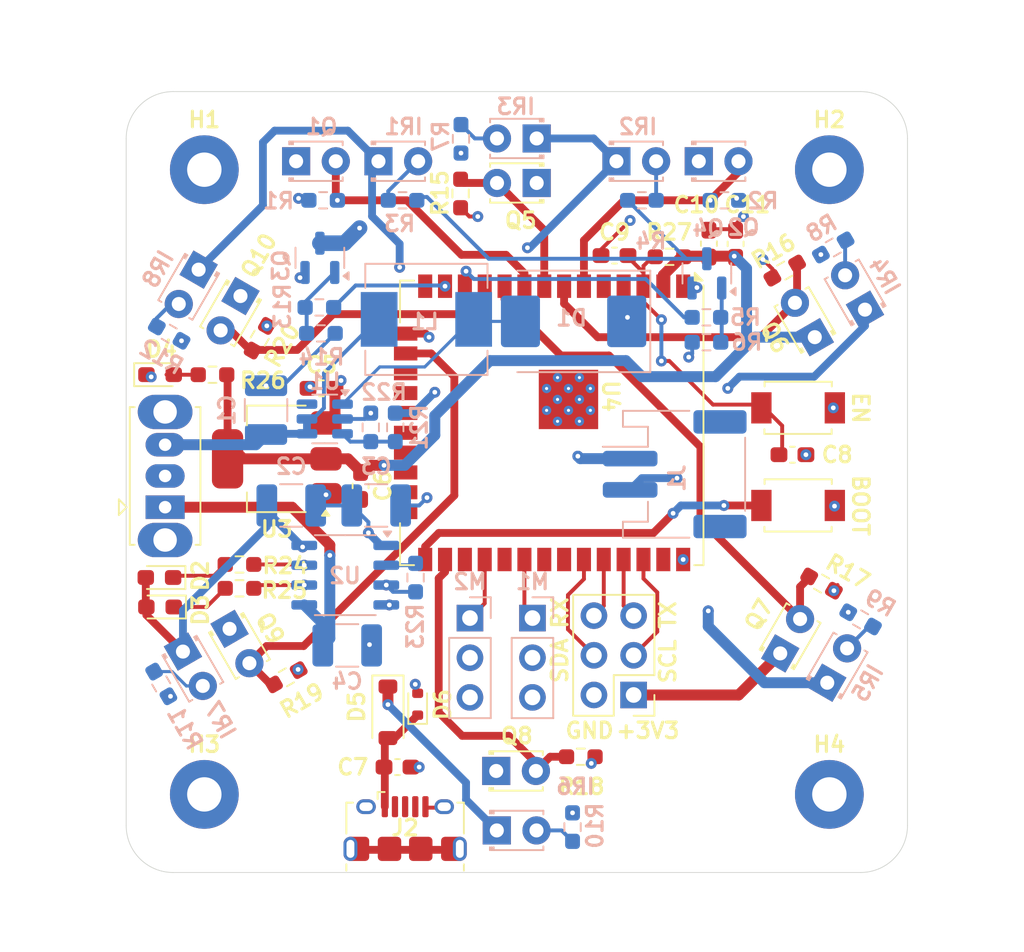
<source format=kicad_pcb>
(kicad_pcb (version 20240108) (generator "pcbnew") (generator_version "8.0")
  (layers (0 "F.Cu" signal) (1 "In1.Cu" power "GND") (2 "In2.Cu" power "PWR") (31 "B.Cu" signal) (34 "B.Paste" user) (35 "F.Paste" user) (36 "B.SilkS" user "B.Silkscreen") (37 "F.SilkS" user "F.Silkscreen") (38 "B.Mask" user) (39 "F.Mask" user) (44 "Edge.Cuts" user))
  (net 0 "")
  (net 1 "Net-(SW1-C)")
  (net 2 "GND")
  (net 3 "+5V")
  (net 4 "CHRG_B+")
  (net 5 "VBUS")
  (net 6 "+3V3")
  (net 7 "/ESP32/EN")
  (net 8 "SDA")
  (net 9 "RX")
  (net 10 "TX")
  (net 11 "SCL")
  (net 12 "Net-(D1-A)")
  (net 13 "Net-(D2-K)")
  (net 14 "Net-(D3-K)")
  (net 15 "Net-(IR1-A)")
  (net 16 "Net-(IR2-A)")
  (net 17 "Net-(IR3-A)")
  (net 18 "Net-(IR4-A)")
  (net 19 "Net-(IR5-A)")
  (net 20 "Net-(IR6-A)")
  (net 21 "Net-(IR7-A)")
  (net 22 "Net-(IR8-A)")
  (net 23 "Net-(SW1-B)")
  (net 24 "A8_DIS")
  (net 25 "A9_DIS")
  (net 26 "IR_V")
  (net 27 "Net-(Q3-G)")
  (net 28 "IR_V_DIS")
  (net 29 "A0")
  (net 30 "A3")
  (net 31 "A1")
  (net 32 "A4")
  (net 33 "A2")
  (net 34 "A5")
  (net 35 "/ESP32/IO0_BTN")
  (net 36 "IR_SIG")
  (net 37 "Net-(U1-FB)")
  (net 38 "IR_DIS")
  (net 39 "Net-(U2-PROG)")
  (net 40 "Net-(U2-CHRG)")
  (net 41 "Net-(U2-STDBY)")
  (net 43 "PWM_A")
  (net 44 "PWM_B")
  (net 45 "/ESP32/SP")
  (net 46 "/ESP32/SN")
  (net 47 "/ESP32/IO12")
  (net 48 "/ESP32/IO2")
  (net 49 "Net-(Q4-G)")
  (net 50 "/ESP32/IO19")
  (net 51 "/ESP32/IO23")
  (net 52 "/ESP32/IO16")
  (net 53 "/ESP32/IO5")
  (net 54 "Net-(D4-A)")
  (net 64 "/ESP32/IO15")
  (footprint "LED_SMD:LED_0603_1608Metric_Pad1.05x0.95mm_HandSolder" (layer "F.Cu") (at 102.165646 103 180)
    (property "Reference" "D3")
    (property "Value" "LED_GREEN")
  )
  (footprint "Capacitor_SMD:C_0603_1608Metric_Pad1.08x0.95mm_HandSolder" (layer "F.Cu") (at 115 95.25 -90)
    (property "Reference" "C6")
    (property "Value" "10uF")
  )
  (footprint "0_Custom_Footprints:SW_Tactile_TS-1088R-02026" (layer "F.Cu") (at 143 90.25 180)
    (property "Reference" "EN")
    (property "Value" "TS-1088R-02026")
  )
  (footprint "Diode_SMD:D_SOD-523" (layer "F.Cu") (at 118.652801 109.225459 90)
    (property "Reference" "D6")
    (property "Value" "ESD5Z5.0T1G" (hide yes))
  )
  (footprint "Capacitor_SMD:C_0603_1608Metric_Pad1.08x0.95mm_HandSolder" (layer "F.Cu") (at 139 79.75 90)
    (property "Reference" "C11")
    (property "Value" "0.1uF")
  )
  (footprint "Capacitor_SMD:C_0603_1608Metric_Pad1.08x0.95mm_HandSolder" (layer "F.Cu") (at 131.25 80.5 180)
    (property "Reference" "C9")
    (property "Value" "0.1uF")
  )
  (footprint "Resistor_SMD:R_0603_1608Metric_Pad0.98x0.95mm_HandSolder" (layer "F.Cu") (at 142.143991 81.461 30)
    (property "Reference" "R16")
    (property "Value" "4k7" (hide yes))
  )
  (footprint "Package_TO_SOT_SMD:SOT-223-3_TabPin2" (layer "F.Cu") (at 109.636873 93.514435 180)
    (property "Reference" "U3")
    (property "Value" "AMS1117-3.3")
  )
  (footprint "LED_SMD:LED_0603_1608Metric_Pad1.05x0.95mm_HandSolder" (layer "F.Cu") (at 102.170119 88.123161)
    (property "Reference" "D4")
    (property "Value" "LED")
  )
  (footprint "MountingHole:MountingHole_2.2mm_M2_Pad" (layer "F.Cu") (at 145 75)
    (property "Reference" "H2")
    (property "Value" "MountingHole_Pad")
  )
  (footprint "Resistor_SMD:R_0603_1608Metric_Pad0.98x0.95mm_HandSolder" (layer "F.Cu") (at 134.771772 80.577649 180)
    (property "Reference" "R27")
    (property "Value" "10k")
  )
  (footprint "MountingHole:MountingHole_2.2mm_M2_Pad" (layer "F.Cu") (at 105 75)
    (property "Reference" "H1")
    (property "Value" "MountingHole_Pad")
  )
  (footprint "Resistor_SMD:R_0603_1608Metric_Pad0.98x0.95mm_HandSolder" (layer "F.Cu") (at 107.25 101.806012 180)
    (property "Reference" "R25")
    (property "Value" "1k" (hide yes))
  )
  (footprint "LED_THT:LED_D1.8mm_W3.3mm_H2.4mm" (layer "F.Cu") (at 107.31375 83.090543 -120)
    (property "Reference" "Q10")
    (property "Value" "TEFT4300")
  )
  (footprint "Capacitor_SMD:C_0603_1608Metric_Pad1.08x0.95mm_HandSolder" (layer "F.Cu") (at 142.6375 93.25)
    (property "Reference" "C8")
    (property "Value" "0.1uF")
  )
  (footprint "Resistor_SMD:R_0603_1608Metric_Pad0.98x0.95mm_HandSolder" (layer "F.Cu") (at 107.25 100.277107 180)
    (property "Reference" "R24")
    (property "Value" "1k" (hide yes))
  )
  (footprint "Diode_SMD:D_SOD-123" (layer "F.Cu") (at 116.75 109.74375 -90)
    (property "Reference" "D5")
    (property "Value" "1N5819HW-7-F")
  )
  (footprint "0_Custom_Footprints:SW_Tactile_TS-1088R-02026" (layer "F.Cu") (at 143 96.5 180)
    (property "Reference" "BOOT")
    (property "Value" "TS-1088R-02026")
  )
  (footprint "RF_Module:ESP32-WROOM-32UE" (layer "F.Cu") (at 127.233991 91.211 -90)
    (property "Reference" "U4")
    (property "Value" "ESP32-WROOM-32UE")
  )
  (footprint "Resistor_SMD:R_0603_1608Metric_Pad0.98x0.95mm_HandSolder" (layer "F.Cu") (at 108.54375 85.790248 -120)
    (property "Reference" "R20")
    (property "Value" "4k7" (hide yes))
  )
  (footprint "MountingHole:MountingHole_2.2mm_M2_Pad" (layer "F.Cu") (at 105 115)
    (property "Reference" "H3")
    (property "Value" "MountingHole_Pad")
  )
  (footprint "LED_THT:LED_D1.8mm_W3.3mm_H2.4mm" (layer "F.Cu") (at 141.856005 105.971536 60)
    (property "Reference" "Q7")
    (property "Value" "TEFT4300")
  )
  (footprint "Resistor_SMD:R_0603_1608Metric_Pad0.98x0.95mm_HandSolder" (layer "F.Cu") (at 144.5 101.5 150)
    (property "Reference" "R17")
    (property "Value" "4k7" (hide yes))
  )
  (footprint "Connector_PinHeader_2.54mm:PinHeader_2x03_P2.54mm_Vertical" (layer "F.Cu") (at 132.473205 108.634613 180)
    (property "Reference" "Comms1" (hide yes))
    (property "Value" "~" (hide yes))
  )
  (footprint "LED_THT:LED_D1.8mm_W3.3mm_H2.4mm" (layer "F.Cu") (at 106.615 104.400148 -60)
    (property "Reference" "Q9")
    (property "Value" "TEFT4300")
  )
  (footprint "Capacitor_SMD:C_0603_1608Metric_Pad1.08x0.95mm_HandSolder" (layer "F.Cu") (at 137.292127 79.734775 90)
    (property "Reference" "C10")
    (property "Value" "22uF")
  )
  (footprint "LED_THT:LED_D1.8mm_W3.3mm_H2.4mm" (layer "F.Cu") (at 126.270312 75.849719 180)
    (property "Reference" "Q5")
    (property "Value" "TEFT4300")
  )
  (footprint "Resistor_SMD:R_0603_1608Metric_Pad0.98x0.95mm_HandSolder" (layer "F.Cu") (at 110.25 107.5 -150)
    (property "Reference" "R19")
    (property "Value" "4k7" (hide yes))
  )
  (footprint "Button_Switch_THT:SW_Slide_SPDT_Straight_CK_OS102011MS2Q" (layer "F.Cu") (at 102.490493 96.611091 90)
    (property "Reference" "SW1" (hide yes))
    (property "Value" "SLW-864574-5A-RA-N-D")
  )
  (footprint "Connector_USB:USB_Micro-B_Amphenol_10118194_Horizontal" (layer "F.Cu") (at 117.850367 117.187629)
    (property "Reference" "J2")
    (property "Value" "USB_B_Micro")
  )
  (footprint "Resistor_SMD:R_0603_1608Metric_Pad0.98x0.95mm_HandSolder" (layer "F.Cu") (at 105.52238 88.128198 180)
    (property "Reference" "R26")
    (property "Value" "5k1")
  )
  (footprint "Capacitor_SMD:C_0603_1608Metric_Pad1.08x0.95mm_HandSolder" (layer "F.Cu") (at 117.3625 113.25)
    (property "Reference" "C7")
    (property "Value" "0.1uF")
  )
  (footprint "MountingHole:MountingHole_2.2mm_M2_Pad" (layer "F.Cu") (at 145 115)
    (property "Reference" "H4")
    (property "Value" "MountingHole_Pad")
  )
  (footprint "LED_THT:LED_D1.8mm_W3.3mm_H2.4mm" (layer "F.Cu") (at 144.067867 85.723222 120)
    (property "Reference" "Q6")
    (property "Value" "TEFT4300")
  )
  (footprint "Resistor_SMD:R_0603_1608Metric_Pad0.98x0.95mm_HandSolder" (layer "F.Cu") (at 129.093699 112.589439 180)
    (property "Reference" "R18")
    (property "Value" "4k7" (hide yes))
  )
  (footprint "LED_THT:LED_D1.8mm_W3.3mm_H2.4mm" (layer "F.Cu") (at 123.680798 113.5)
    (property "Reference" "Q8")
    (property "Value" "TEFT4300")
  )
  (footprint "LED_SMD:LED_0603_1608Metric_Pad1.05x0.95mm_HandSolder" (layer "F.Cu") (at 102.127804 101.112824 180)
    (property "Reference" "D2")
    (property "Value" "LED_RED")
  )
  (footprint "Resistor_SMD:R_0603_1608Metric_Pad0.98x0.95mm_HandSolder" (layer "F.Cu") (at 121.399991 76.524177 90)
    (property "Reference" "R15")
    (property "Value" "4k7" (hide yes))
  )
  (footprint "Capacitor_SMD:C_0603_1608Metric_Pad1.08x0.95mm_HandSolder" (layer "F.Cu") (at 112.5 89 180)
    (property "Reference" "C5")
    (property "Value" "10uF")
  )
  (footprint "Resistor_SMD:R_0603_1608Metric_Pad0.98x0.95mm_HandSolder" (layer "B.Cu") (at 102.243871 107.927686 120)
    (property "Reference" "R11")
    (property "Value" "39" (hide yes))
  )
  (footprint "Inductor_SMD:L_Chilisin_BMRx00060630" (layer "B.Cu") (at 119.211699 84.584645)
    (property "Reference" "L1")
    (property "Value" "4.7uH" (hide yes))
  )
  (footprint "LED_THT:LED_D1.8mm_W3.3mm_H2.4mm" (layer "B.Cu") (at 136.643991 74.461)
    (property "Reference" "Q2")
    (property "Value" "TEFT4300")
  )
  (footprint "Capacitor_SMD:C_1210_3225Metric_Pad1.33x2.70mm_HandSolder" (layer "B.Cu") (at 114.143991 105.461)
    (property "Reference" "C4")
    (property "Value" "10uF" (hide yes))
  )
  (footprint "LED_THT:LED_D1.8mm_W3.3mm_H2.4mm" (layer "B.Cu") (at 131.373991 74.461)
    (property "Reference" "IR2")
    (property "Value" "SFH4544")
  )
  (footprint "Package_TO_SOT_SMD:SOT-23" (layer "B.Cu") (at 112.395 80.645 90)
    (property "Reference" "Q3")
    (property "Value" "SI2312CDS")
  )
  (footprint "Capacitor_SMD:C_1210_3225Metric_Pad1.33x2.70mm_HandSolder" (layer "B.Cu") (at 110.5625 96.5)
    (property "Reference" "C2")
    (property "Value" "22uF" (hide yes))
  )
  (footprint "Resistor_SMD:R_0603_1608Metric_Pad0.98x0.95mm_HandSolder" (layer "B.Cu") (at 117.683991 76.961 180)
    (property "Reference" "R3")
    (property "Value" "39" (hide yes))
  )
  (footprint "Resistor_SMD:R_0603_1608Metric_Pad0.98x0.95mm_HandSolder" (layer "B.Cu") (at 121.424569 73.024177 90)
    (property "Reference" "R7")
    (property "Value" "39" (hide yes))
  )
  (footprint "Diode_SMD:D_SMC" (layer "B.Cu") (at 128.630646 84.713736 180)
    (property "Reference" "D1")
    (property "Value" "D_Schottky")
  )
  (footprint "Resistor_SMD:R_0603_1608Metric_Pad0.98x0.95mm_HandSolder" (layer "B.Cu") (at 112.461699 85.480859 180)
    (property "Reference" "R14")
    (property "Value" "47k" (hide yes))
  )
  (footprint "Capacitor_SMD:C_1210_3225Metric_Pad1.33x2.70mm_HandSolder" (layer "B.Cu") (at 116 96.5 180)
    (property "Reference" "C3")
    (property "Value" "10uF" (hide yes))
  )
  (footprint "Package_TO_SOT_SMD:SOT-23" (layer "B.Cu") (at 137.16 81.640335 90)
    (property "Reference" "Q4")
    (property "Value" "SI2312CDS")
  )
  (footprint "Resistor_SMD:R_0603_1608Metric_Pad0.98x0.95mm_HandSolder" (layer "B.Cu") (at 102.75 85.5 150)
    (property "Reference" "R12")
    (property "Value" "39" (hide yes))
  )
  (footprint "Resistor_SMD:R_0603_1608Metric_Pad0.98x0.95mm_HandSolder" (layer "B.Cu") (at 137.130298 84.455)
    (property "Reference" "R5")
    (property "Value" "100" (hide yes))
  )
  (footprint "LED_THT:LED_D1.8mm_W3.3mm_H2.4mm" (layer "B.Cu") (at 147.278991 83.961 120)
    (property "Reference" "IR4")
    (property "Value" "OED-EL-1L2")
  )
  (footprint "LED_THT:LED_D1.8mm_W3.3mm_H2.4mm" (layer "B.Cu") (at 104.635 81.400148 -120)
    (property "Reference" "IR8")
    (property "Value" "OED-EL-1L2")
  )
  (footprint "Resistor_SMD:R_0603_1608Metric_Pad0.98x0.95mm_HandSolder" (layer "B.Cu") (at 137.134722 86.049669)
    (property "Reference" "R6")
    (property "Value" "47k" (hide yes))
  )
  (footprint "Connector_JST:JST_PH_S2B-PH-SM4-TB_1x02-1MP_P2.00mm_Horizontal" (layer "B.Cu") (at 135.1 94.5 -90)
    (property "Reference" "J1")
    (property "Value" "Li-Po 3.7V")
  )
  (footprint "Resistor_SMD:R_0603_1608Metric_Pad0.98x0.95mm_HandSolder" (layer "B.Cu") (at 145.246877 79.978949 30)
    (property "Reference" "R8")
    (property "Value" "39" (hide yes))
  )
  (footprint "LED_THT:LED_D1.8mm_W3.3mm_H2.4mm" (layer "B.Cu") (at 126.269508 73 180)
    (property "Reference" "IR3")
    (property "Value" "OED-EL-1L2")
  )
  (footprint "LED_THT:LED_D1.8mm_W3.3mm_H2.4mm" (layer "B.Cu") (at 144.865 107.849853 60)
    (property "Reference" "IR5")
    (property "Value" "OED-EL-1L2")
  )
  (footprint "Resistor_SMD:R_0603_1608Metric_Pad0.98x0.95mm_HandSolder" (layer "B.Cu") (at 138.286491 76.961 180)
    (property "Reference" "R2")
    (property "Value" "4k7" (hide yes))
  )
  (footprint "Resistor_SMD:R_0603_1608Metric_Pad0.98x0.95mm_HandSolder" (layer "B.Cu") (at 133.001491 76.961)
    (property "Reference" "R4")
    (property "Value" "39" (hide yes))
  )
  (footprint "Resistor_SMD:R_0603_1608Metric_Pad0.98x0.95mm_HandSolder" (layer "B.Cu") (at 146.998795 103.793313 -30)
    (property "Reference" "R9")
    (property "Value" "39" (hide yes))
  )
  (footprint "LED_THT:LED_D1.8mm_W3.3mm_H2.4mm" (layer "B.Cu") (at 116.143991 74.461)
    (property "Reference" "IR1")
    (property "Value" "SFH4544")
  )
  (footprint "Connector_PinHeader_2.54mm:PinHeader_1x03_P2.54mm_Vertical" (layer "B.Cu") (at 122 103.71 180)
    (property "Reference" "M2")
    (property "Value" "SG90")
  )
  (footprint "Resistor_SMD:R_0603_1608Metric_Pad0.98x0.95mm_HandSolder" (layer "B.Cu") (at 112.363733 83.82 180)
    (property "Reference" "R13")
    (property "Value" "100" (hide yes))
  )
  (footprint "Package_TO_SOT_SMD:SOT-23-6" (layer "B.Cu") (at 112.706491 90.961 180)
    (property "Reference" "U1")
    (property "Value" "MT3608")
  )
  (footprint "Resistor_SMD:R_0603_1608Metric_Pad0.98x0.95mm_HandSolder" (layer "B.Cu") (at 128.56454 117.093849 -90)
    (property "Reference" "R10")
    (property "Value" "39" (hide yes))
  )
  (footprint "LED_THT:LED_D1.8mm_W3.3mm_H2.4mm" (layer "B.Cu") (at 123.717505 117.306994)
    (property "Reference" "IR6")
    (property "Value" "OED-EL-1L2")
  )
  (footprint "Resistor_SMD:R_0603_1608Metric_Pad0.98x0.95mm_HandSolder" (layer "B.Cu") (at 118.518991 101.11796 90)
    (property "Reference" "R23")
    (property "Value" "1k2")
  )
  (footprint "Resistor_SMD:R_0603_1608Metric_Pad0.98x0.95mm_HandSolder" (layer "B.Cu") (at 117.218871 91.5 -90)
    (property "Reference" "R21")
    (property "Value" "16k")
  )
  (footprint "Package_SO:SOP-8_3.9x4.9mm_P1.27mm" (layer "B.Cu") (at 114.018991 100.961 180)
    (property "Reference" "U2")
    (property "Value" "TP4056")
  )
  (footprint "Resistor_SMD:R_0603_1608Metric_Pad0.98x0.95mm_HandSolder" (layer "B.Cu") (at 112.603991 76.961)
    (property "Reference" "R1")
    (property "Value" "4k7" (hide yes))
  )
  (footprint "Capacitor_SMD:C_1210_3225Metric_Pad1.33x2.70mm_HandSolder" (layer "B.Cu") (at 108.949885 90.395358 90)
    (property "Reference" "C1")
    (property "Value" "22uF" (hide yes))
  )
  (footprint "Resistor_SMD:R_0603_1608Metric_Pad0.98x0.95mm_HandSolder" (layer "B.Cu") (at 115.651403 91.5 90)
    (property "Reference" "R22")
    (property "Value" "2k2")
  )
  (footprint "LED_THT:LED_D1.8mm_W3.3mm_H2.4mm" (layer "B.Cu") (at 110.873991 74.461)
    (property "Reference" "Q1")
    (property "Value" "TEFT4300")
  )
  (footprint "Connector_PinHeader_2.54mm:PinHeader_1x03_P2.54mm_Vertical" (layer "B.Cu") (at 126 103.71 180)
    (property "Reference" "M1")
    (property "Value" "SG90")
  )
  (footprint "LED_THT:LED_D1.8mm_W3.3mm_H2.4mm" (layer "B.Cu") (at 103.632335 105.854966 -60)
    (property "Reference" "IR7")
    (property "Value" "OED-EL-1L2")
  )
  (gr_arc (start 100 73) (mid 100.87868 70.87868) (end 103 70) (stroke (width 0.05)) (layer "Edge.Cuts"))
  (gr_arc (start 147 70) (mid 149.12132 70.87868) (end 150 73) (stroke (width 0.05)) (layer "Edge.Cuts"))
  (gr_arc (start 103 120) (mid 100.87868 119.12132) (end 100 117) (stroke (width 0.05)) (layer "Edge.Cuts"))
  (gr_line (start 147 120) (end 103 120) (stroke (width 0.05)) (layer "Edge.Cuts"))
  (gr_line (start 103 70) (end 147 70) (stroke (width 0.05)) (layer "Edge.Cuts"))
  (gr_arc (start 150 117) (mid 149.12132 119.12132) (end 147 120) (stroke (width 0.05)) (layer "Edge.Cuts"))
  (gr_line (start 150 73) (end 150 117) (stroke (width 0.05)) (layer "Edge.Cuts"))
  (gr_line (start 100 117) (end 100 73) (stroke (width 0.05)) (layer "Edge.Cuts"))
  (gr_text "TX" (at 135.25 104.5 90) (layer "F.SilkS") (effects (font (size 1 1) (thickness 0.2) (bold yes)) (justify left bottom)))
  (gr_text "GND" (at 128 111.5 0) (layer "F.SilkS") (effects (font (size 1 1) (thickness 0.2) (bold yes)) (justify left bottom)))
  (gr_text "SDA" (at 128.332439 107.981422 90) (layer "F.SilkS") (effects (font (size 1 1) (thickness 0.2) (bold yes)) (justify left bottom)))
  (gr_text "+3V3" (at 131.25 111.5 0) (layer "F.SilkS") (effects (font (size 1 1) (thickness 0.2) (bold yes)) (justify left bottom)))
  (gr_text "SCL" (at 135.25 108 90) (layer "F.SilkS") (effects (font (size 1 1) (thickness 0.2) (bold yes)) (justify left bottom)))
  (gr_text "RX" (at 128.344312 104.490808 90) (layer "F.SilkS") (effects (font (size 1 1) (thickness 0.2) (bold yes)) (justify left bottom)))
  (segment (start 111.568991 91.911) (end 108.996743 91.911) (width 0.5) (layer "B.Cu") (net 1))
  (segment (start 108.296652 92.611091) (end 102.490493 92.611091) (width 0.7) (layer "B.Cu") (net 1))
  (segment (start 111.568991 90.961) (end 111.568991 91.911) (width 0.5) (layer "B.Cu") (net 1))
  (segment (start 116.020766 84.664153) (end 112.65501 88.029909) (width 0.25) (layer "B.Cu") (net 1))
  (segment (start 111.957399 90.961) (end 111.568991 90.961) (width 0.25) (layer "B.Cu") (net 1))
  (segment (start 108.949885 91.957858) (end 108.296652 92.611091) (width 0.7) (layer "B.Cu") (net 1))
  (segment (start 112.65501 88.029909) (end 112.65501 90.263389) (width 0.25) (layer "B.Cu") (net 1))
  (segment (start 112.65501 90.263389) (end 111.957399 90.961) (width 0.25) (layer "B.Cu") (net 1))
  (segment (start 108.996743 91.911) (end 108.949885 91.957858) (width 0.5) (layer "B.Cu") (net 1))
  (segment (start 114.887352 118.549614) (end 120.077768 118.549614) (width 0.5) (layer "F.Cu") (net 2))
  (segment (start 101.223358 88.13194) (end 101.46694 88.13194) (width 0.25) (layer "F.Cu") (net 2))
  (segment (start 118.652801 108.525459) (end 118.652801 108.102801) (width 0.2) (layer "F.Cu") (net 2))
  (segment (start 109 85) (end 109.039 84.961) (width 0.25) (layer "F.Cu") (net 2))
  (segment (start 115.143991 96.186) (end 113.158438 96.186) (width 0.25) (layer "F.Cu") (net 2))
  (segment (start 135.643991 82.461) (end 136.436 82.461) (width 0.25) (layer "F.Cu") (net 2))
  (segment (start 111.66 89) (end 111.76 88.9) (width 0.25) (layer "F.Cu") (net 2))
  (segment (start 114.825367 118.487629) (end 114.887352 118.549614) (width 0.5) (layer "F.Cu") (net 2))
  (segment (start 129.764669 113.014669) (end 130.006199 112.773139) (width 0.25) (layer "F.Cu") (net 2))
  (segment (start 111.040248 107.04375) (end 111.040248 107.040248) (width 0.5) (layer "F.Cu") (net 2))
  (segment (start 122.5 78) (end 121.963314 78) (width 0.25) (layer "F.Cu") (net 2))
  (segment (start 119.150367 115.787629) (end 119.212352 115.849614) (width 0.25) (layer "F.Cu") (net 2))
  (segment (start 145.290248 101.826345) (end 145.524985 101.591608) (width 0.25) (layer "F.Cu") (net 2))
  (segment (start 111.040248 107.040248) (end 111 107) (width 0.5) (layer "F.Cu") (net 2))
  (segment (start 136.436 82.461) (end 136.525 82.55) (width 0.25) (layer "F.Cu") (net 2))
  (segment (start 121.963314 78) (end 121.399991 77.436677) (width 0.25) (layer "F.Cu") (net 2))
  (segment (start 118.3625 113.25) (end 118.75 113.25) (width 0.2) (layer "F.Cu") (net 2))
  (segment (start 119.212352 115.849614) (end 120.288382 115.849614) (width 0.25) (layer "F.Cu") (net 2))
  (segment (start 119.151 85.496) (end 119.38 85.725) (width 0.5) (layer "F.Cu") (net 2))
  (segment (start 139.5 78) (end 138.692173 78.807827) (width 0.25) (layer "F.Cu") (net 2))
  (segment (start 140.75 80.75) (end 141.353743 81.353743) (width 0.25) (layer "F.Cu") (net 2))
  (segment (start 113.158438 96.186) (end 112.786873 95.814435) (width 0.25) (layer "F.Cu") (net 2))
  (segment (start 111.6375 89) (end 111.66 89) (width 0.25) (layer "F.Cu") (net 2))
  (segment (start 145.290248 101.95625) (end 145.290248 101.826345) (width 0.25) (layer "F.Cu") (net 2))
  (segment (start 101.46694 88.13194) (end 101.6 88.265) (width 0.25) (layer "F.Cu") (net 2))
  (segment (start 117.883991 85.496) (end 119.151 85.496) (width 0.5) (layer "F.Cu") (net 2))
  (segment (start 130.006199 112.773139) (end 130.006199 112.589439) (width 0.25) (layer "F.Cu") (net 2))
  (segment (start 141.353743 81.353743) (end 141.353743 81.91725) (width 0.25) (layer "F.Cu") (net 2))
  (segment (start 130.3375 80.534722) (end 130.330581 80.541641) (width 0.25) (layer "F.Cu") (net 2))
  (segment (start 138.692173 78.807827) (end 137.177926 78.807827) (width 0.25) (layer "F.Cu") (net 2))
  (segment (start 132.25 78.25) (end 130.3375 80.1625) (width 0.25) (layer "F.Cu") (net 2))
  (segment (start 118.652801 108.102801) (end 118.5 107.95) (width 0.2) (layer "F.Cu") (net 2))
  (segment (start 130.3375 80.1625) (end 130.3375 80.534722) (width 0.25) (layer "F.Cu") (net 2))
  (via (at 115.57 105.41) (size 0.7) (drill 0.3) (layers "F.Cu" "B.Cu") (net 2))
  (via (at 111.125 81.915) (size 0.7) (drill 0.3) (layers "F.Cu" "B.Cu") (net 2))
  (via (at 135.643991 99.961) (size 0.7) (drill 0.3) (layers "F.Cu" "B.Cu") (net 2))
  (via (at 111.03 76.835) (size 0.7) (drill 0.3) (layers "F.Cu" "B.Cu") (net 2))
  (via (at 136.525 82.55) (size 0.7) (drill 0.3) (layers "F.Cu" "B.Cu") (net 2))
  (via (at 136 87) (size 0.7) (drill 0.3) (layers "F.Cu" "B.Cu") (net 2))
  (via (at 145.32991 96.541396) (size 0.7) (drill 0.3) (layers "F.Cu" "B.Cu") (net 2))
  (via (at 115.5 98.25) (size 0.7) (drill 0.3) (layers "F.Cu" "B.Cu") (net 2))
  (via (at 101.6 88.265) (size 0.7) (drill 0.3) (layers "F.Cu" "B.Cu") (net 2))
  (via (at 116.643991 101.596) (size 0.7) (drill 0.3) (layers "F.Cu" "B.Cu") (net 2))
  (via (at 135.25 94.75) (size 0.7) (drill 0.3) (layers "F.Cu" "B.Cu") (net 2))
  (via (at 140.75 80.75) (size 0.7) (drill 0.3) (layers "F.Cu" "B.Cu") (net 2))
  (via (at 139.5 78) (size 0.7) (drill 0.3) (layers "F.Cu" "B.Cu") (net 2))
  (via (at 119.38 85.725) (size 0.7) (drill 0.3) (layers "F.Cu" "B.Cu") (net 2))
  (via (at 111.76 88.9) (size 0.7) (drill 0.3) (layers "F.Cu" "B.Cu") (net 2))
  (via (at 129.764669 113.014669) (size 0.7) (drill 0.3) (layers "F.Cu" "B.Cu") (net 2))
  (via (at 118.5 107.95) (size 0.7) (drill 0.3) (layers "F.Cu" "B.Cu") (net 2))
  (via (at 145.25 90.25) (size 0.7) (drill 0.3) (layers "F.Cu" "B.Cu") (net 2))
  (via (at 108.949885 88.832858) (size 0.7) (drill 0.3) (layers "F.Cu" "B.Cu") (net 2))
  (via (at 111 107) (size 0.7) (drill 0.3) (layers "F.Cu" "B.Cu") (net 2))
  (via (at 143.5 93.25) (size 0.7) (drill 0.3) (layers "F.Cu" "B.Cu") (net 2))
  (via (at 122.5 78) (size 0.7) (drill 0.3) (layers "F.Cu" "B.Cu") (net 2))
  (via (at 132.25 78.25) (size 0.7) (drill 0.3) (layers "F.Cu" "B.Cu") (net 2))
  (via (at 139.065 76.835) (size 0.7) (drill 0.3) (layers "F.Cu" "B.Cu") (net 2))
  (via (at 115.651403 90.5875) (size 0.7) (drill 0.3) (layers "F.Cu" "B.Cu") (net 2))
  (via (at 109 85) (size 0.7) (drill 0.3) (layers "F.Cu" "B.Cu") (net 2))
  (via (at 145.290248 101.95625) (size 0.7) (drill 0.3) (layers "F.Cu" "B.Cu") (net 2))
  (via (at 112.786873 95.814435) (size 0.7) (drill 0.3) (layers "F.Cu" "B.Cu") (net 2))
  (via (at 118.75 113.25) (size 0.7) (drill 0.3) (layers "F.Cu" "B.Cu") (net 2))
  (segment (start 135.25 94.75) (end 133 94.75) (width 0.5) (layer "B.Cu") (net 2))
  (segment (start 136.497165 82.577835) (end 136.525 82.55) (width 0.25) (layer "B.Cu") (net 2))
  (segment (start 111.492529 87.362529) (end 110.0222 88.832858) (width 0.25) (layer "B.Cu") (net 2))
  (segment (start 116.643991 99.056) (end 116.306 99.056) (width 0.5) (layer "B.Cu") (net 2))
  (segment (start 115.5 98.25) (end 115.5 97.5625) (width 0.25) (layer "B.Cu") (net 2))
  (segment (start 115.651403 90.5875) (end 115.277903 90.961) (width 0.25) (layer "B.Cu") (net 2))
  (segment (start 115.5 97.5625) (end 114.4375 96.5) (width 0.25) (layer "B.Cu") (net 2))
  (segment (start 111.445 81.595) (end 111.125 81.915) (width 0.25) (layer "B.Cu") (net 2))
  (segment (start 117.078451 102.03046) (end 118.518991 102.03046) (width 0.25) (layer "B.Cu") (net 2))
  (segment (start 136.222222 86.777778) (end 136.222222 86.049669) (width 0.25) (layer "B.Cu") (net 2))
  (segment (start 112.125 96.5) (end 114.4375 96.5) (width 0.25) (layer "B.Cu") (net 2))
  (segment (start 111.445 81.5825) (end 111.445 81.595) (width 0.25) (layer "B.Cu") (net 2))
  (segment (start 139.198991 76.961) (end 139.191 76.961) (width 0.25) (layer "B.Cu") (net 2))
  (segment (start 136.21 82.577835) (end 136.497165 82.577835) (width 0.25) (layer "B.Cu") (net 2))
  (segment (start 116.643991 101.596) (end 117.078451 102.03046) (width 0.25) (layer "B.Cu") (net 2))
  (segment (start 113.374199 85.480859) (end 111.492529 87.362529) (width 0.25) (layer "B.Cu") (net 2))
  (segment (start 115.621 105.461) (end 115.57 105.41) (width 0.25) (layer "B.Cu") (net 2))
  (segment (start 136 87) (end 136.222222 86.777778) (width 0.25) (layer "B.Cu") (net 2))
  (segment (start 116.306 99.056) (end 115.5 98.25) (width 0.5) (layer "B.Cu") (net 2))
  (segment (start 115.706491 105.461) (end 115.621 105.461) (width 0.25) (layer "B.Cu") (net 2))
  (segment (start 139.191 76.961) (end 139.065 76.835) (width 0.25) (layer "B.Cu") (net 2))
  (segment (start 111.691491 76.961) (end 111.156 76.961) (width 0.25) (layer "B.Cu") (net 2))
  (segment (start 115.277903 90.961) (end 113.843991 90.961) (width 0.25) (layer "B.Cu") (net 2))
  (segment (start 111.156 76.961) (end 111.03 76.835) (width 0.25) (layer "B.Cu") (net 2))
  (segment (start 110.0222 88.832858) (end 108.949885 88.832858) (width 0.25) (layer "B.Cu") (net 2))
  (segment (start 133 94.75) (end 132.25 95.5) (width 0.5) (layer "B.Cu") (net 2))
  (segment (start 101.290646 103) (end 101.252804 102.962158) (width 0.5) (layer "F.Cu") (net 3))
  (segment (start 101.252804 102.962158) (end 101.252804 101.112824) (width 0.5) (layer "F.Cu") (net 3))
  (segment (start 101.290646 103) (end 101.290646 103.513277) (width 0.5) (layer "F.Cu") (net 3))
  (segment (start 101.290646 103.513277) (end 103.632335 105.854966) (width 0.5) (layer "F.Cu") (net 3))
  (segment (start 116.75 109.25) (end 116.75 108.178232) (width 0.7) (layer "F.Cu") (net 3))
  (segment (start 113.3625 88.8875) (end 113.75 88.5) (width 0.2) (layer "F.Cu") (net 3))
  (segment (start 113.3625 90.638808) (end 112.786873 91.214435) (width 0.7) (layer "F.Cu") (net 3))
  (segment (start 113.3625 89) (end 113.3625 90.638808) (width 0.7) (layer "F.Cu") (net 3))
  (segment (start 113.3625 89) (end 113.3625 88.8875) (width 0.2) (layer "F.Cu") (net 3))
  (segment (start 116.75 108.178232) (end 116.775246 108.152986) (width 0.7) (layer "F.Cu") (net 3))
  (via (at 113.75 88.5) (size 0.7) (drill 0.3) (layers "F.Cu" "B.Cu") (net 3))
  (via (at 137.25 103.25) (size 0.7) (drill 0.3) (layers "F.Cu" "B.Cu") (net 3))
  (via (at 119.25 96) (size 0.7) (drill 0.3) (layers "F.Cu" "B.Cu") (net 3))
  (via (at 116.84 102.87) (size 0.7) (drill 0.3) (layers "F.Cu" "B.Cu") (net 3))
  (via (at 117.5 81.25) (size 0.7) (drill 0.3) (layers "F.Cu" "B.Cu") (net 3))
  (via (at 119.75 89.25) (size 0.7) (drill 0.3) (layers "F.Cu" "B.Cu") (net 3))
  (via (at 138.5 89) (size 0.7) (drill 0.3) (layers "F.Cu" "B.Cu") (net 3))
  (via (at 132.08 84.455) (size 0.7) (drill 0.3) (layers "F.Cu" "B.Cu") (net 3))
  (via (at 125.678092 80) (size 0.7) (drill 0.3) (layers "F.Cu" "B.Cu") (net 3))
  (via (at 111.291454 99.158537) (size 0.7) (drill 0.3) (layers "F.Cu" "B.Cu") (net 3))
  (via (at 116.75 109.25) (size 0.7) (drill 0.3) (layers "F.Cu" "B.Cu") (net 3))
  (segment (start 115.735 77.985) (end 115.735 74.869991) (width 0.5) (layer "B.Cu") (net 3))
  (segment (start 138.5 89) (end 139.25 88.25) (width 0.5) (layer "B.Cu") (net 3))
  (segment (start 132.030646 84.713736) (end 132.030646 84.504354) (width 0.7) (layer "B.Cu") (net 3))
  (segment (start 103.632335 103.2167) (end 109 97.849035) (width 0.5) (layer "B.Cu") (net 3))
  (segment (start 118.4125 90.5875) (end 117.218871 90.5875) (width 0.5) (layer "B.Cu") (net 3))
  (segment (start 121.75 114.25) (end 121.75 115.339489) (width 0.5) (layer "B.Cu") (net 3))
  (segment (start 109 96.867083) (end 111.291454 99.158537) (width 0.5) (layer "B.Cu") (net 3))
  (segment (start 104.635 81.400148) (end 108.75 77.285148) (width 0.5) (layer "B.Cu") (net 3))
  (segment (start 119.25 96) (end 118.75 96.5) (width 0.25) (layer "B.Cu") (net 3))
  (segment (start 125.678092 80) (end 125.834991 80) (width 0.5) (layer "B.Cu") (net 3))
  (segment (start 132.030646 84.504354) (end 132.08 84.455) (width 0.7) (layer "B.Cu") (net 3))
  (segment (start 109 97.849035) (end 109 96.5) (width 0.5) (layer "B.Cu") (net 3))
  (segment (start 144.029222 88.25) (end 147.278991 85.000231) (width 0.5) (layer "B.Cu") (net 3))
  (segment (start 144.865 107.849853) (end 140.849853 107.849853) (width 0.7) (layer "B.Cu") (net 3))
  (segment (start 119.75 89.25) (end 118.4125 90.5875) (width 0.5) (layer "B.Cu") (net 3))
  (segment (start 116.75 109.25) (end 121.75 114.25) (width 0.5) (layer "B.Cu") (net 3))
  (segment (start 137.25 104.25) (end 137.25 103.25) (width 0.7) (layer "B.Cu") (net 3))
  (segment (start 116.643991 102.866) (end 116.836 102.866) (width 0.5) (layer "B.Cu") (net 3))
  (segment (start 116.836 102.866) (end 116.84 102.87) (width 0.5) (layer "B.Cu") (net 3))
  (segment (start 108.75 77.285148) (end 108.75 73.25) (width 0.5) (layer "B.Cu") (net 3))
  (segment (start 108.75 73.25) (end 109.5 72.5) (width 0.5) (layer "B.Cu") (net 3))
  (segment (start 117.5 79.75) (end 115.735 77.985) (width 0.5) (layer "B.Cu") (net 3))
  (segment (start 103.632335 105.854966) (end 103.632335 103.2167) (width 0.5) (layer "B.Cu") (net 3))
  (segment (start 140.849853 107.849853) (end 137.25 104.25) (width 0.7) (layer "B.Cu") (net 3))
  (segment (start 114.182991 72.5) (end 116.143991 74.461) (width 0.5) (layer "B.Cu") (net 3))
  (segment (start 117.5 81.25) (end 117.5 79.75) (width 0.5) (layer "B.Cu") (net 3))
  (segment (start 121.75 115.339489) (end 123.717505 117.306994) (width 0.5) (layer "B.Cu") (net 3))
  (segment (start 129.912991 73) (end 131.373991 74.461) (width 0.5) (layer "B.Cu") (net 3))
  (segment (start 125.834991 80) (end 131.373991 74.461) (width 0.5) (layer "B.Cu") (net 3))
  (segment (start 109.5 72.5) (end 114.182991 72.5) (width 0.5) (layer "B.Cu") (net 3))
  (segment (start 147.278991 85.000231) (end 147.278991 83.961) (width 0.5) (layer "B.Cu") (net 3))
  (segment (start 126.269508 73) (end 129.912991 73) (width 0.5) (layer "B.Cu") (net 3))
  (segment (start 139.25 88.25) (end 144.029222 88.25) (width 0.5) (layer "B.Cu") (net 3))
  (segment (start 109 96.5) (end 109 96.867083) (width 0.5) (layer "B.Cu") (net 3))
  (segment (start 118.75 96.5) (end 117.5625 96.5) (width 0.25) (layer "B.Cu") (net 3))
  (segment (start 115.735 74.869991) (end 116.143991 74.461) (width 0.5) (layer "B.Cu") (net 3))
  (segment (start 110.611091 96.611091) (end 113.03 99.03) (width 0.7) (layer "F.Cu") (net 4))
  (segment (start 102.490493 96.611091) (end 110.611091 96.611091) (width 0.7) (layer "F.Cu") (net 4))
  (segment (start 113.03 99.03) (end 113.03 99.695) (width 0.7) (layer "F.Cu") (net 4))
  (via (at 113.03 99.695) (size 0.7) (drill 0.3) (layers "F.Cu" "B.Cu") (net 4))
  (segment (start 113.03 99.695) (end 113.03 105.012491) (width 0.7) (layer "B.Cu") (net 4))
  (segment (start 112.581491 105.461) (end 112.581491 104.0535) (width 0.7) (layer "B.Cu") (net 4))
  (segment (start 112.581491 104.0535) (end 111.393991 102.866) (width 0.7) (layer "B.Cu") (net 4))
  (segment (start 113.03 105.012491) (end 112.581491 105.461) (width 0.7) (layer "B.Cu") (net 4))
  (segment (start 116.550367 111.593383) (end 116.75 111.39375) (width 0.5) (layer "F.Cu") (net 5))
  (segment (start 117.112774 111.465486) (end 118.652801 109.925459) (width 0.5) (layer "F.Cu") (net 5))
  (segment (start 116.550367 115.787629) (end 116.550367 111.593383) (width 0.5) (layer "F.Cu") (net 5))
  (segment (start 115.674991 93.93) (end 115.143991 94.461) (width 0.7) (layer "F.Cu") (net 6))
  (segment (start 134.373991 81.753504) (end 134.373991 82.461) (width 0.7) (layer "F.Cu") (net 6))
  (segment (start 116.5 93.93) (end 115.674991 93.93) (width 0.7) (layer "F.Cu") (net 6))
  (segment (start 107.315 93.514435) (end 106.486873 92.686308) (width 0.5) (layer "F.Cu") (net 6))
  (segment (start 138.913545 80.538054) (end 135.589441 80.538054) (width 0.7) (layer "F.Cu") (net 6))
  (segment (start 132.473205 108.634613) (end 139.192928 108.634613) (width 0.7) (layer "F.Cu") (net 6))
  (segment (start 106.486873 88.180191) (end 106.43488 88.128198) (width 0.5) (layer "F.Cu") (net 6))
  (segment (start 114.197426 93.514435) (end 115.143991 94.461) (width 0.7) (layer "F.Cu") (net 6))
  (segment (start 106.486873 92.686308) (end 106.486873 88.180191) (width 0.5) (layer "F.Cu") (net 6))
  (segment (start 135.589441 80.538054) (end 134.373991 81.753504) (width 0.7) (layer "F.Cu") (net 6))
  (segment (start 106.68 92.71) (end 107.484435 93.514435) (width 0.7) (layer "F.Cu") (net 6))
  (segment (start 134.500284 82.2) (end 134.373991 82.326293) (width 0.25) (layer "F.Cu") (net 6))
  (segment (start 107.484435 93.514435) (end 114.197426 93.514435) (width 0.7) (layer "F.Cu") (net 6))
  (segment (start 139.192928 108.634613) (end 141.856005 105.971536) (width 0.7) (layer "F.Cu") (net 6))
  (via (at 116.5 93.93) (size 0.7) (drill 0.3) (layers "F.Cu" "B.Cu") (net 6))
  (via (at 138.913545 80.538054) (size 0.7) (drill 0.3) (layers "F.Cu" "B.Cu") (net 6))
  (segment (start 131.975 87.225) (end 133 88.25) (width 0.7) (layer "B.Cu") (net 6))
  (segment (start 119.75 92) (end 119.75 90.75) (width 0.7) (layer "B.Cu") (net 6))
  (segment (start 133 88.25) (end 137.720384 88.25) (width 0.7) (layer "B.Cu") (net 6))
  (segment (start 140.247162 85.723222) (end 144.067867 85.723222) (width 0.7) (layer "B.Cu") (net 6))
  (segment (start 123.275 87.225) (end 131.975 87.225) (width 0.7) (layer "B.Cu") (net 6))
  (segment (start 139.7 86.270384) (end 139.7 81.324509) (width 0.7) (layer "B.Cu") (net 6))
  (segment (start 119.75 90.75) (end 123.275 87.225) (width 0.7) (layer "B.Cu") (net 6))
  (segment (start 116.5 93.93) (end 117.82 93.93) (width 0.7) (layer "B.Cu") (net 6))
  (segment (start 139.7 81.324509) (end 138.913545 80.538054) (width 0.7) (layer "B.Cu") (net 6))
  (segment (start 137.720384 88.25) (end 138.985192 86.985192) (width 0.7) (layer "B.Cu") (net 6))
  (segment (start 138.985192 86.985192) (end 139.7 86.270384) (width 0.7) (layer "B.Cu") (net 6))
  (segment (start 138.985192 86.985192) (end 140.247162 85.723222) (width 0.7) (layer "B.Cu") (net 6))
  (segment (start 117.82 93.93) (end 119.75 92) (width 0.7) (layer "B.Cu") (net 6))
  (segment (start 137.551396 90.041396) (end 140.62991 90.041396) (width 0.25) (layer "F.Cu") (net 7))
  (segment (start 133.103991 81.164401) (end 133.7075 80.560892) (width 0.25) (layer "F.Cu") (net 7))
  (segment (start 141.97991 91.391396) (end 140.62991 90.041396) (width 0.25) (layer "F.Cu") (net 7))
  (segment (start 133.103991 82.461) (end 133.103991 81.164401) (width 0.25) (layer "F.Cu") (net 7))
  (segment (start 134.76 87.25) (end 137.551396 90.041396) (width 0.25) (layer "F.Cu") (net 7))
  (segment (start 134.25 87.25) (end 134.76 87.25) (width 0.25) (layer "F.Cu") (net 7))
  (segment (start 132.055581 80.541641) (end 133.103991 81.590051) (width 0.25) (layer "F.Cu") (net 7))
  (segment (start 133.103991 83.461) (end 133.103991 82.461) (width 0.25) (layer "F.Cu") (net 7))
  (segment (start 134.250863 84.607872) (end 133.103991 83.461) (width 0.25) (layer "F.Cu") (net 7))
  (segment (start 133.103991 81.590051) (end 133.103991 82.461) (width 0.25) (layer "F.Cu") (net 7))
  (segment (start 141.97991 93.041396) (end 141.97991 91.391396) (width 0.25) (layer "F.Cu") (net 7))
  (via (at 134.25 87.25) (size 0.7) (drill 0.3) (layers "F.Cu" "B.Cu") (net 7))
  (via (at 134.250863 84.607872) (size 0.7) (drill 0.3) (layers "F.Cu" "B.Cu") (net 7))
  (segment (start 134.250863 84.607872) (end 134.250863 85.367886) (width 0.25) (layer "B.Cu") (net 7))
  (segment (start 134.25 85.368749) (end 134.25 87.25) (width 0.25) (layer "B.Cu") (net 7))
  (segment (start 134.250863 85.367886) (end 134.25 85.368749) (width 0.25) (layer "B.Cu") (net 7))
  (segment (start 128.27 102.235) (end 128.27 104.431408) (width 0.25) (layer "F.Cu") (net 8))
  (segment (start 128.27 104.431408) (end 129.933205 106.094613) (width 0.25) (layer "F.Cu") (net 8))
  (segment (start 129.293991 99.961) (end 129.293991 101.211009) (width 0.25) (layer "F.Cu") (net 8))
  (segment (start 129.293991 101.211009) (end 128.27 102.235) (width 0.25) (layer "F.Cu") (net 8))
  (segment (start 130.563991 102.923827) (end 130.563991 99.961) (width 0.25) (layer "F.Cu") (net 9))
  (segment (start 129.933205 103.554613) (end 130.563991 102.923827) (width 0.25) (layer "F.Cu") (net 9))
  (segment (start 130.475277 100.049714) (end 130.563991 99.961) (width 0.2) (layer "F.Cu") (net 9))
  (segment (start 129.979473 103.600881) (end 129.933205 103.554613) (width 0.2) (layer "F.Cu") (net 9))
  (segment (start 132.473205 103.554613) (end 131.833991 102.915399) (width 0.25) (layer "F.Cu") (net 10))
  (segment (start 131.833991 102.915399) (end 131.833991 99.961) (width 0.25) (layer "F.Cu") (net 10))
  (segment (start 132.473205 106.094613) (end 133.985 104.582818) (width 0.25) (layer "F.Cu") (net 11))
  (segment (start 133.985 104.582818) (end 133.985 102.063162) (width 0.25) (layer "F.Cu") (net 11))
  (segment (start 133.985 102.063162) (end 133.103991 101.182153) (width 0.25) (layer "F.Cu") (net 11))
  (segment (start 133.103991 101.182153) (end 133.103991 99.961) (width 0.25) (layer "F.Cu") (net 11))
  (segment (start 116.224991 87.63) (end 119.104919 87.63) (width 0.2) (layer "B.Cu") (net 12))
  (segment (start 119.104919 87.63) (end 122.021183 84.713736) (width 0.2) (layer "B.Cu") (net 12))
  (segment (start 122.021183 84.713736) (end 126.065417 84.713736) (width 0.2) (layer "B.Cu") (net 12))
  (segment (start 113.843991 90.011) (end 116.224991 87.63) (width 0.2) (layer "B.Cu") (net 12))
  (segment (start 102.87 101.105697) (end 102.975697 101) (width 0.25) (layer "F.Cu") (net 13))
  (segment (start 102.975697 101) (end 105.614607 101) (width 0.25) (layer "F.Cu") (net 13))
  (segment (start 105.614607 101) (end 106.3375 100.277107) (width 0.25) (layer "F.Cu") (net 13))
  (segment (start 103.040646 103) (end 105.143512 103) (width 0.25) (layer "F.Cu") (net 14))
  (segment (start 105.143512 103) (end 106.3375 101.806012) (width 0.25) (layer "F.Cu") (net 14))
  (segment (start 116.771491 76.3735) (end 118.683991 74.461) (width 0.25) (layer "B.Cu") (net 15))
  (segment (start 116.771491 76.961) (end 116.771491 76.3735) (width 0.25) (layer "B.Cu") (net 15))
  (segment (start 133.913991 76.961) (end 133.913991 74.461) (width 0.25) (layer "B.Cu") (net 16))
  (segment (start 121.424569 72.111677) (end 122.312892 73) (width 0.25) (layer "B.Cu") (net 17))
  (segment (start 122.312892 73) (end 123.729508 73) (width 0.25) (layer "B.Cu") (net 17))
  (segment (start 146.037125 79.522699) (end 146.008991 79.550833) (width 0.25) (layer "B.Cu") (net 18))
  (segment (start 146.008991 79.550833) (end 146.008991 81.761295) (width 0.25) (layer "B.Cu") (net 18))
  (segment (start 147.535585 104.249563) (end 146.135 105.650148) (width 0.25) (layer "B.Cu") (net 19))
  (segment (start 147.789043 104.249563) (end 147.535585 104.249563) (width 0.25) (layer "B.Cu") (net 19))
  (segment (start 127.865185 117.306994) (end 126.257505 117.306994) (width 0.25) (layer "B.Cu") (net 20))
  (segment (start 128.56454 118.006349) (end 127.865185 117.306994) (width 0.25) (layer "B.Cu") (net 20))
  (segment (start 103.84893 108.054671) (end 104.902335 108.054671) (width 0.2) (layer "B.Cu") (net 21))
  (segment (start 101.787621 107.137438) (end 102.931697 107.137438) (width 0.2) (layer "B.Cu") (net 21))
  (segment (start 102.931697 107.137438) (end 103.84893 108.054671) (width 0.2) (layer "B.Cu") (net 21))
  (segment (start 101.959752 85.04375) (end 101.959752 84.505101) (width 0.25) (layer "B.Cu") (net 22))
  (segment (start 101.959752 84.505101) (end 103.365 83.099853) (width 0.25) (layer "B.Cu") (net 22))
  (via (at 128.905 93.345) (size 0.7) (drill 0.3) (layers "F.Cu" "B.Cu") (net 23))
  (segment (start 132.25 93.5) (end 129.06 93.5) (width 0.7) (layer "B.Cu") (net 23))
  (segment (start 129.06 93.5) (end 128.905 93.345) (width 0.7) (layer "B.Cu") (net 23))
  (segment (start 113.516491 76.961) (end 117.963991 76.961) (width 0.5) (layer "F.Cu") (net 24))
  (segment (start 113.413991 76.8585) (end 113.516491 76.961) (width 0.5) (layer "F.Cu") (net 24))
  (segment (start 121.452991 80.45) (end 124.302991 80.45) (width 0.5) (layer "F.Cu") (net 24))
  (segment (start 117.963991 76.961) (end 121.452991 80.45) (width 0.5) (layer "F.Cu") (net 24))
  (segment (start 124.302991 80.45) (end 125.483991 81.631) (width 0.5) (layer "F.Cu") (net 24))
  (segment (start 113.413991 74.461) (end 113.413991 76.8585) (width 0.5) (layer "F.Cu") (net 24))
  (segment (start 125.483991 81.631) (end 125.483991 82.461) (width 0.5) (layer "F.Cu") (net 24))
  (via (at 113.516491 76.961) (size 0.7) (drill 0.3) (layers "F.Cu" "B.Cu") (net 24))
  (segment (start 137.373991 76.961) (end 131.856934 76.961) (width 0.5) (layer "F.Cu") (net 25))
  (segment (start 139.183991 74.461) (end 139.183991 75.151) (width 0.5) (layer "F.Cu") (net 25))
  (segment (start 139.183991 75.151) (end 137.373991 76.961) (width 0.5) (layer "F.Cu") (net 25))
  (segment (start 131.856934 76.961) (end 129.293991 79.523943) (width 0.5) (layer "F.Cu") (net 25))
  (segment (start 129.293991 79.523943) (end 129.293991 82.461) (width 0.5) (layer "F.Cu") (net 25))
  (via (at 137.373991 76.961) (size 0.7) (drill 0.3) (layers "F.Cu" "B.Cu") (net 25))
  (via (at 146.208547 103.337063) (size 0.7) (drill 0.3) (layers "F.Cu" "B.Cu") (net 26))
  (via (at 102.835121 108.717934) (size 0.7) (drill 0.3) (layers "F.Cu" "B.Cu") (net 26))
  (via (at 103.540248 85.95625) (size 0.7) (drill 0.3) (layers "F.Cu" "B.Cu") (net 26))
  (via (at 144.456629 80.435199) (size 0.7) (drill 0.3) (layers "F.Cu" "B.Cu") (net 26))
  (via (at 128.56454 116.181349) (size 0.7) (drill 0.3) (layers "F.Cu" "B.Cu") (net 26))
  (via (at 114.935 78.74) (size 0.7) (drill 0.3) (layers "F.Cu" "B.Cu") (net 26))
  (via (at 121.424569 73.936677) (size 0.7) (drill 0.3) (layers "F.Cu" "B.Cu") (net 26))
  (segment (start 113.9675 79.7075) (end 114.935 78.74) (width 1) (layer "B.Cu") (net 26))
  (segment (start 112.395 79.7075) (end 113.9675 79.7075) (width 1) (layer "B.Cu") (net 26))
  (segment (start 111.451233 83.82) (end 111.451233 83.476267) (width 0.25) (layer "B.Cu") (net 27))
  (segment (start 111.451233 83.476267) (end 113.345 81.5825) (width 0.25) (layer "B.Cu") (net 27))
  (segment (start 111.549199 83.917966) (end 111.451233 83.82) (width 0.25) (layer "B.Cu") (net 27))
  (segment (start 111.549199 85.480859) (end 111.549199 83.917966) (width 0.25) (layer "B.Cu") (net 27))
  (segment (start 137.16 80.702835) (end 135.830826 80.702835) (width 0.25) (layer "B.Cu") (net 28))
  (segment (start 118.807491 76.75) (end 118.596491 76.961) (width 0.25) (layer "B.Cu") (net 28))
  (segment (start 123.202835 80.702835) (end 119.25 76.75) (width 0.25) (layer "B.Cu") (net 28))
  (segment (start 119.25 76.75) (end 118.807491 76.75) (width 0.25) (layer "B.Cu") (net 28))
  (segment (start 135.830826 80.702835) (end 132.088991 76.961) (width 0.25) (layer "B.Cu") (net 28))
  (segment (start 137.16 80.702835) (end 123.202835 80.702835) (width 0.25) (layer "B.Cu") (net 28))
  (segment (start 123.730312 75.849719) (end 121.638033 75.849719) (width 0.5) (layer "F.Cu") (net 29))
  (segment (start 126.753991 82.461) (end 126.753991 78.873398) (width 0.5) (layer "F.Cu") (net 29))
  (segment (start 126.753991 78.873398) (end 123.730312 75.849719) (width 0.5) (layer "F.Cu") (net 29))
  (segment (start 124.509991 76.629398) (end 123.730312 75.849719) (width 0.5) (layer "F.Cu") (net 29))
  (segment (start 121.638033 75.849719) (end 121.399991 75.611677) (width 0.5) (layer "F.Cu") (net 29))
  (segment (start 120 101.161) (end 120 109.75) (width 0.5) (layer "F.Cu") (net 30))
  (segment (start 127.131359 112.589439) (end 126.220798 113.5) (width 0.5) (layer "F.Cu") (net 30))
  (segment (start 120 109.75) (end 121.5 111.25) (width 0.5) (layer "F.Cu") (net 30))
  (segment (start 120.403991 100.757009) (end 120 101.161) (width 0.5) (layer "F.Cu") (net 30))
  (segment (start 126.220798 112.985399) (end 126.220798 113.5) (width 0.5) (layer "F.Cu") (net 30))
  (segment (start 121.5 111.25) (end 124.485399 111.25) (width 0.5) (layer "F.Cu") (net 30))
  (segment (start 128.181199 112.589439) (end 127.131359 112.589439) (width 0.5) (layer "F.Cu") (net 30))
  (segment (start 124.485399 111.25) (end 126.220798 112.985399) (width 0.5) (layer "F.Cu") (net 30))
  (segment (start 120.403991 99.961) (end 120.403991 100.757009) (width 0.5) (layer "F.Cu") (net 30))
  (segment (start 128.023991 83.573991) (end 128.023991 82.461) (width 0.5) (layer "F.Cu") (net 31))
  (segment (start 142.934239 81.00475) (end 142.934239 83.387145) (width 0.5) (layer "F.Cu") (net 31))
  (segment (start 130.175 85.725) (end 128.023991 83.573991) (width 0.5) (layer "F.Cu") (net 31))
  (segment (start 142.934239 83.387145) (end 142.797867 83.523517) (width 0.5) (layer "F.Cu") (net 31))
  (segment (start 142.797867 83.523517) (end 140.596384 85.725) (width 0.5) (layer "F.Cu") (net 31))
  (segment (start 140.596384 85.725) (end 130.175 85.725) (width 0.5) (layer "F.Cu") (net 31))
  (segment (start 108.984853 105.5) (end 107.885 106.599853) (width 0.5) (layer "F.Cu") (net 32))
  (segment (start 121 88.25) (end 121 95.858287) (width 0.5) (layer "F.Cu") (net 32))
  (segment (start 121 95.858287) (end 111.358287 105.5) (width 0.5) (layer "F.Cu") (net 32))
  (segment (start 109.241397 107.95625) (end 107.885 106.599853) (width 0.5) (layer "F.Cu") (net 32))
  (segment (start 109.459752 107.95625) (end 109.241397 107.95625) (width 0.5) (layer "F.Cu") (net 32))
  (segment (start 117.883991 86.766) (end 119.516 86.766) (width 0.5) (layer "F.Cu") (net 32))
  (segment (start 119.516 86.766) (end 121 88.25) (width 0.5) (layer "F.Cu") (net 32))
  (segment (start 111.358287 105.5) (end 108.984853 105.5) (width 0.5) (layer "F.Cu") (net 32))
  (segment (start 124.213991 83.291) (end 127.8203 86.897309) (width 0.5) (layer "F.Cu") (net 33))
  (segment (start 143.126005 103.771831) (end 143.126005 101.70854) (width 0.5) (layer "F.Cu") (net 33))
  (segment (start 143.126005 101.70854) (end 143.775509 101.059036) (width 0.5) (layer "F.Cu") (net 33))
  (segment (start 136.75 92.75) (end 136.75 97.395826) (width 0.5) (layer "F.Cu") (net 33))
  (segment (start 127.8203 86.897309) (end 130.897309 86.897309) (width 0.5) (layer "F.Cu") (net 33))
  (segment (start 136.75 97.395826) (end 143.126005 103.771831) (width 0.5) (layer "F.Cu") (net 33))
  (segment (start 130.897309 86.897309) (end 136.75 92.75) (width 0.5) (layer "F.Cu") (net 33))
  (segment (start 124.213991 82.461) (end 124.213991 83.291) (width 0.5) (layer "F.Cu") (net 33))
  (segment (start 107.961157 86.580496) (end 106.670909 85.290248) (width 0.5) (layer "F.Cu") (net 34))
  (segment (start 106.670909 85.290248) (end 106.04375 85.290248) (width 0.5) (layer "F.Cu") (net 34))
  (segment (start 121.984991 84.25) (end 113.235 84.25) (width 0.5) (layer "F.Cu") (net 34))
  (segment (start 122.943991 83.291) (end 121.984991 84.25) (width 0.5) (layer "F.Cu") (net 34))
  (segment (start 110.943504 86.541496) (end 108.1265 86.541496) (width 0.5) (layer "F.Cu") (net 34))
  (segment (start 122.943991 82.461) (end 122.943991 83.291) (width 0.5) (layer "F.Cu") (net 34))
  (segment (start 108.1265 86.541496) (end 108.0875 86.580496) (width 0.5) (layer "F.Cu") (net 34))
  (segment (start 113.235 84.25) (end 110.943504 86.541496) (width 0.5) (layer "F.Cu") (net 34))
  (segment (start 108.0875 86.580496) (end 107.961157 86.580496) (width 0.5) (layer "F.Cu") (net 34))
  (segment (start 119.133991 99.131) (end 120.004697 98.260294) (width 0.5) (layer "F.Cu") (net 35))
  (segment (start 119.133991 99.961) (end 119.133991 99.131) (width 0.5) (layer "F.Cu") (net 35))
  (segment (start 133.739706 98.260294) (end 135 97) (width 0.5) (layer "F.Cu") (net 35))
  (segment (start 120.004697 98.260294) (end 133.739706 98.260294) (width 0.5) (layer "F.Cu") (net 35))
  (segment (start 138.25 96.5) (end 140.65 96.5) (width 0.5) (layer "F.Cu") (net 35))
  (via (at 138.25 96.5) (size 0.7) (drill 0.3) (layers "F.Cu" "B.Cu") (net 35))
  (via (at 135 97) (size 0.7) (drill 0.3) (layers "F.Cu" "B.Cu") (net 35))
  (segment (start 135.5 96.5) (end 135 97) (width 0.5) (layer "B.Cu") (net 35))
  (segment (start 138.25 96.5) (end 135.5 96.5) (width 0.5) (layer "B.Cu") (net 35))
  (via (at 120.403991 82.461) (size 0.7) (drill 0.3) (layers "F.Cu" "B.Cu") (net 36))
  (segment (start 114.682082 82.414151) (end 113.276233 83.82) (width 0.25) (layer "B.Cu") (net 36))
  (segment (start 120.357142 82.414151) (end 114.682082 82.414151) (width 0.25) (layer "B.Cu") (net 36))
  (segment (start 120.403991 82.461) (end 120.357142 82.414151) (width 0.25) (layer "B.Cu") (net 36))
  (segment (start 114.345491 92.4125) (end 117.218871 92.4125) (width 0.25) (layer "B.Cu") (net 37))
  (segment (start 113.843991 91.911) (end 114.345491 92.4125) (width 0.25) (layer "B.Cu") (net 37))
  (segment (start 121.673991 81.576009) (end 121.673991 82.461) (width 0.25) (layer "F.Cu") (net 38))
  (segment (start 121.75 81.5) (end 121.673991 81.576009) (width 0.25) (layer "F.Cu") (net 38))
  (via (at 121.75 81.5) (size 0.7) (drill 0.3) (layers "F.Cu" "B.Cu") (net 38))
  (segment (start 133.25 82) (end 135.705 84.455) (width 0.25) (layer "B.Cu") (net 38))
  (segment (start 121.75 81.5) (end 122.25 82) (width 0.25) (layer "B.Cu") (net 38))
  (segment (start 122.25 82) (end 133.25 82) (width 0.25) (layer "B.Cu") (net 38))
  (segment (start 135.705 84.455) (end 136.217798 84.455) (width 0.25) (layer "B.Cu") (net 38))
  (segment (start 116.643991 100.326) (end 118.398451 100.326) (width 0.25) (layer "B.Cu") (net 39))
  (segment (start 118.398451 100.326) (end 118.518991 100.20546) (width 0.25) (layer "B.Cu") (net 39))
  (segment (start 111.345098 100.277107) (end 108.1625 100.277107) (width 0.25) (layer "F.Cu") (net 40))
  (segment (start 111.393991 100.326) (end 111.345098 100.277107) (width 0.25) (layer "F.Cu") (net 40))
  (via (at 111.393991 100.326) (size 0.7) (drill 0.3) (layers "F.Cu" "B.Cu") (net 40))
  (segment (start 111.389991 101.6) (end 111.393991 101.596) (width 0.25) (layer "F.Cu") (net 41))
  (segment (start 108.368512 101.6) (end 111.389991 101.6) (width 0.25) (layer "F.Cu") (net 41))
  (segment (start 108.1625 101.806012) (end 108.368512 101.6) (width 0.25) (layer "F.Cu") (net 41))
  (via (at 111.393991 101.596) (size 0.7) (drill 0.3) (layers "F.Cu" "B.Cu") (net 41))
  (segment (start 125.483991 99.961) (end 125.483991 103.193991) (width 0.25) (layer "F.Cu") (net 43))
  (segment (start 125.483991 103.193991) (end 126 103.71) (width 0.25) (layer "F.Cu") (net 43))
  (segment (start 122.943991 99.961) (end 122.943991 102.766009) (width 0.25) (layer "F.Cu") (net 44))
  (segment (start 122.943991 102.766009) (end 122 103.71) (width 0.25) (layer "F.Cu") (net 44))
  (segment (start 119.087142 82.414151) (end 119.133991 82.461) (width 0.25) (layer "F.Cu") (net 47))
  (segment (start 118.996438 82.414151) (end 119.087142 82.414151) (width 0.25) (layer "F.Cu") (net 47))
  (segment (start 138.11 85.986891) (end 138.047222 86.049669) (width 0.25) (layer "B.Cu") (net 49))
  (segment (start 138.11 82.577835) (end 138.11 85.986891) (width 0.25) (layer "B.Cu") (net 49))
  (segment (start 104.14 88.122967) (end 104.134769 88.128198) (width 0.25) (layer "F.Cu") (net 54))
  (segment (start 103.050156 88.128198) (end 103.045119 88.123161) (width 0.25) (layer "F.Cu") (net 54))
  (segment (start 103.045119 88.123161) (end 102.580387 88.123161) (width 0.25) (layer "F.Cu") (net 54))
  (segment (start 104.134769 88.128198) (end 103.050156 88.128198) (width 0.25) (layer "F.Cu") (net 54))
)
</source>
